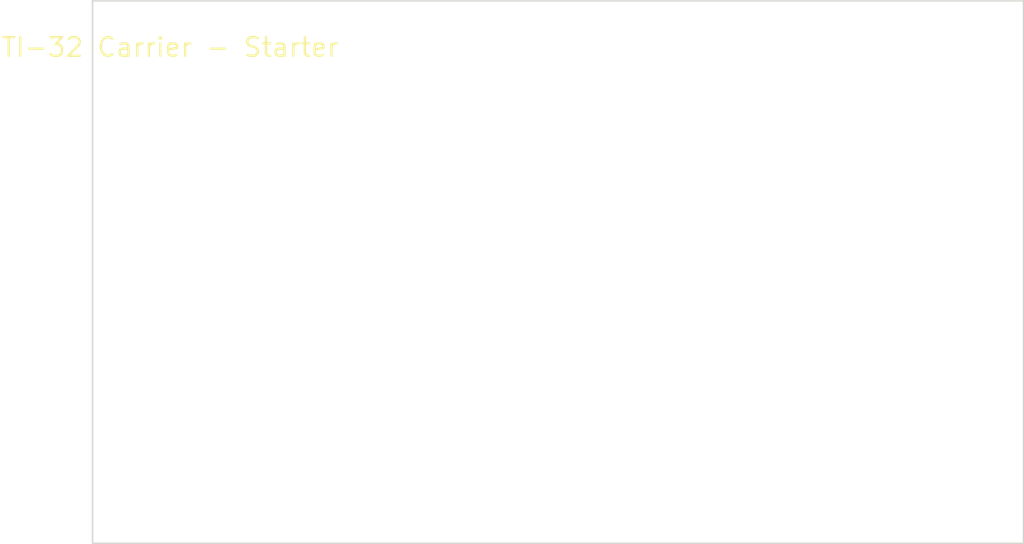
<source format=kicad_pcb>
(kicad_pcb (version 20240108) (generator "TI-32-Generator")
  (general (thickness 1.6))
  (paper "A4")
  (layers
    (0 "F.Cu" signal)
    (31 "B.Cu" signal)
    (34 "Edge.Cuts" user)
  )
  (gr_rect (start 0 0) (end 60 35) (layer "Edge.Cuts") (width 0.1))
  (gr_text "TI-32 Carrier - Starter" (at 5 3) (layer "F.SilkS") (effects (font (size 1.2 1.2))))
)

</source>
